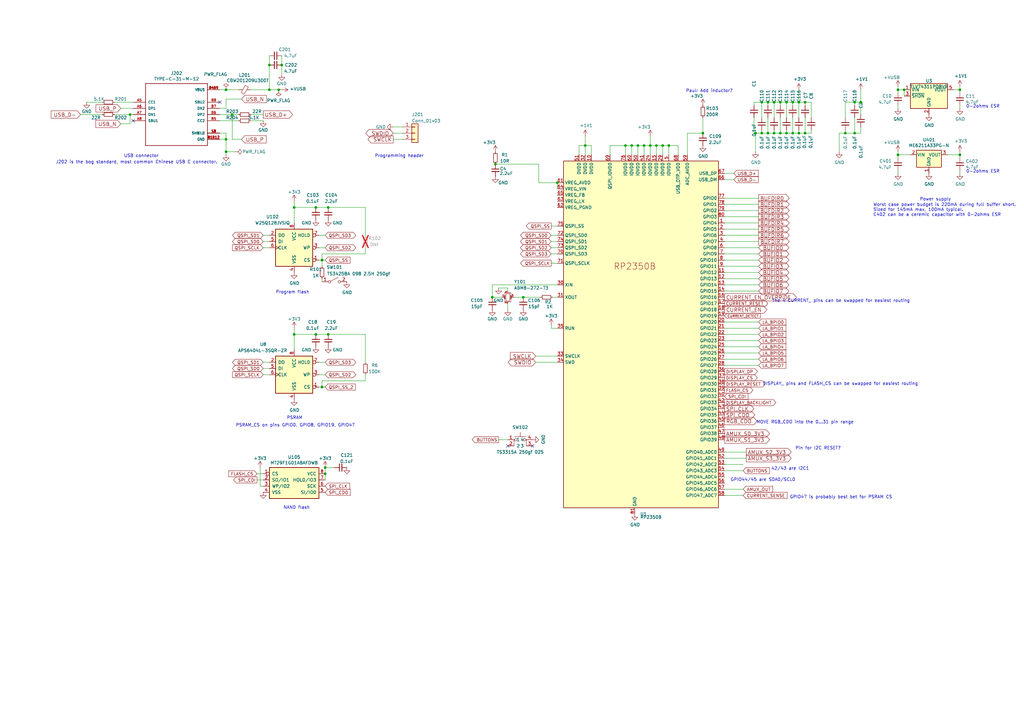
<source format=kicad_sch>
(kicad_sch (version 20231120) (generator "eeschema") (generator_version "8.0")
  (paper "A3")
  (lib_symbols
    (symbol "Connector_Generic:Conn_01x03" (pin_names (offset 1.016) hide)
      (property "Reference" "J" (at 0 5.08 0))
      (property "Value" "Conn_01x03" (at 0 -5.08 0))
      (symbol "Conn_01x03_1_1"
        (pin passive line (at -5.08 2.54 0) (length 3.81) (name "Pin_1") (number "1"))
        (pin passive line (at -5.08 0 0) (length 3.81) (name "Pin_2") (number "2"))
        (pin passive line (at -5.08 -2.54 0) (length 3.81) (name "Pin_3") (number "3"))
      )
    )
    (symbol "Device:C_Small" (pin_numbers hide) (pin_names (offset 0.254) hide)
      (property "Reference" "C" (at 0.254 1.778 0))
      (property "Value" "C_Small" (at 0.254 -2.032 0))
      (symbol "C_Small_1_1"
        (pin passive line (at 0 2.54 270) (length 2.032) (name "~") (number "1"))
        (pin passive line (at 0 -2.54 90) (length 2.032) (name "~") (number "2"))
      )
    )
    (symbol "Device:Crystal_GND24_Small" (pin_names (offset 1.016) hide)
      (property "Reference" "Y" (at 1.27 4.445 0))
      (property "Value" "Crystal_GND24_Small" (at 1.27 2.54 0))
      (symbol "Crystal_GND24_Small_1_1"
        (pin passive line (at -2.54 0 0) (length 1.27) (name "1") (number "1"))
        (pin passive line (at 0 -2.54 90) (length 0.635) (name "2") (number "2"))
        (pin passive line (at 2.54 0 180) (length 1.27) (name "3") (number "3"))
        (pin passive line (at 0 2.54 270) (length 0.635) (name "4") (number "4"))
      )
    )
    (symbol "Device:R_Small" (pin_numbers hide) (pin_names (offset 0.254) hide)
      (property "Reference" "R" (at 0.762 0.508 0))
      (property "Value" "R_Small" (at 0.762 -1.016 0))
      (symbol "R_Small_1_1"
        (pin passive line (at 0 2.54 270) (length 0.762) (name "~") (number "1"))
        (pin passive line (at 0 -2.54 90) (length 0.762) (name "~") (number "2"))
      )
    )
    (symbol "ESPx:ESP32x-80"
      (property "Reference" "U1" (at -1.6159 -71.12 0))
      (property "Value" "~" (at -1.6159 -72.39 0))
      (symbol "ESP32x-80_1_0"
        (text "RP2350B" (at -3.81 30.48 0) (effects (font (size 2.54 2.54))))
      )
      (symbol "ESP32x-80_1_1"
        (pin bidirectional line (at 33.02 48.26 180) (length 2.54) (name "GPIO4") (number "1"))
        (pin power_in line (at -21.59 76.2 270) (length 2.54) (name "DVDD") (number "10"))
        (pin bidirectional line (at 33.02 27.94 180) (length 2.54) (name "GPIO12") (number "11"))
        (pin bidirectional line (at 33.02 25.4 180) (length 2.54) (name "GPIO13") (number "12"))
        (pin bidirectional line (at 33.02 22.86 180) (length 2.54) (name "GPIO14") (number "13"))
        (pin bidirectional line (at 33.02 20.32 180) (length 2.54) (name "GPIO15") (number "14"))
        (pin power_in line (at 5.08 76.2 270) (length 2.54) (name "IOVDD") (number "15"))
        (pin bidirectional line (at 33.02 17.78 180) (length 2.54) (name "GPIO16") (number "16"))
        (pin bidirectional line (at 33.02 15.24 180) (length 2.54) (name "GPIO17") (number "17"))
        (pin bidirectional line (at 33.02 12.7 180) (length 2.54) (name "GPIO18") (number "18"))
        (pin bidirectional line (at 33.02 10.16 180) (length 2.54) (name "GPIO19") (number "19"))
        (pin bidirectional line (at 33.02 45.72 180) (length 2.54) (name "GPIO5") (number "2"))
        (pin bidirectional line (at 33.02 7.62 180) (length 2.54) (name "GPIO20") (number "20"))
        (pin bidirectional line (at 33.02 5.08 180) (length 2.54) (name "GPIO21") (number "21"))
        (pin bidirectional line (at 33.02 2.54 180) (length 2.54) (name "GPIO22") (number "22"))
        (pin bidirectional line (at 33.02 0 180) (length 2.54) (name "GPIO23") (number "23"))
        (pin power_in line (at 2.54 76.2 270) (length 2.54) (name "IOVDD") (number "24"))
        (pin bidirectional line (at 33.02 -2.54 180) (length 2.54) (name "GPIO24") (number "25"))
        (pin bidirectional line (at 33.02 -5.08 180) (length 2.54) (name "GPIO25") (number "26"))
        (pin bidirectional line (at 33.02 -7.62 180) (length 2.54) (name "GPIO26") (number "27"))
        (pin bidirectional line (at 33.02 -10.16 180) (length 2.54) (name "GPIO27") (number "28"))
        (pin power_in line (at 7.62 76.2 270) (length 2.54) (name "IOVDD") (number "29"))
        (pin bidirectional line (at 33.02 43.18 180) (length 2.54) (name "GPIO6") (number "3"))
        (pin input line (at -35.56 22.86 0) (length 2.54) (name "XIN") (number "30"))
        (pin passive line (at -35.56 17.78 0) (length 2.54) (name "XOUT") (number "31"))
        (pin power_in line (at -24.13 76.2 270) (length 2.54) (name "DVDD") (number "32"))
        (pin output line (at -35.56 -6.35 0) (length 2.54) (name "SWCLK") (number "33"))
        (pin bidirectional line (at -35.56 -8.89 0) (length 2.54) (name "SWD") (number "34"))
        (pin input line (at -35.56 5.08 0) (length 2.54) (name "RUN") (number "35"))
        (pin bidirectional line (at 33.02 -12.7 180) (length 2.54) (name "GPIO28") (number "36"))
        (pin bidirectional line (at 33.02 -15.24 180) (length 2.54) (name "GPIO29") (number "37"))
        (pin bidirectional line (at 33.02 -17.78 180) (length 2.54) (name "GPIO30") (number "38"))
        (pin bidirectional line (at 33.02 -20.32 180) (length 2.54) (name "GPIO31") (number "39"))
        (pin bidirectional line (at 33.02 40.64 180) (length 2.54) (name "GPIO7") (number "4"))
        (pin bidirectional line (at 33.02 -22.86 180) (length 2.54) (name "GPIO32") (number "40"))
        (pin power_in line (at 0 76.2 270) (length 2.54) (name "IOVDD") (number "41"))
        (pin bidirectional line (at 33.02 -25.4 180) (length 2.54) (name "GPIO33") (number "42"))
        (pin bidirectional line (at 33.02 -27.94 180) (length 2.54) (name "GPIO34") (number "43"))
        (pin bidirectional line (at 33.02 -30.48 180) (length 2.54) (name "GPIO35") (number "44"))
        (pin bidirectional line (at 33.02 -33.02 180) (length 2.54) (name "GPIO36") (number "45"))
        (pin bidirectional line (at 33.02 -35.56 180) (length 2.54) (name "GPIO37") (number "46"))
        (pin bidirectional line (at 33.02 -38.1 180) (length 2.54) (name "GPIO38") (number "47"))
        (pin bidirectional line (at 33.02 -40.64 180) (length 2.54) (name "GPIO39") (number "48"))
        (pin bidirectional line (at 33.02 -45.72 180) (length 2.54) (name "GPIO40_ADC0") (number "49"))
        (pin power_in line (at 10.16 76.2 270) (length 2.54) (name "IOVDD") (number "5"))
        (pin power_in line (at -2.54 76.2 270) (length 2.54) (name "IOVDD") (number "50"))
        (pin power_in line (at -26.67 76.2 270) (length 2.54) (name "DVDD") (number "51"))
        (pin bidirectional line (at 33.02 -48.26 180) (length 2.54) (name "GPIO41_ADC1") (number "52"))
        (pin bidirectional line (at 33.02 -50.8 180) (length 2.54) (name "GPIO42_ADC2") (number "53"))
        (pin bidirectional line (at 33.02 -53.34 180) (length 2.54) (name "GPIO43_ADC3") (number "54"))
        (pin bidirectional line (at 33.02 -55.88 180) (length 2.54) (name "GPIO44_ADC4") (number "55"))
        (pin bidirectional line (at 33.02 -58.42 180) (length 2.54) (name "GPIO45_ADC5") (number "56"))
        (pin bidirectional line (at 33.02 -60.96 180) (length 2.54) (name "GPIO46_ADC6") (number "57"))
        (pin bidirectional line (at 33.02 -63.5 180) (length 2.54) (name "GPIO47_ADC7") (number "58"))
        (pin power_in line (at 17.78 76.2 270) (length 2.54) (name "ADC_AVDD") (number "59"))
        (pin bidirectional line (at 33.02 38.1 180) (length 2.54) (name "GPIO8") (number "6"))
        (pin power_in line (at -5.08 76.2 270) (length 2.54) (name "IOVDD") (number "60"))
        (pin power_in line (at -35.56 64.77 0) (length 2.54) (name "VREG_AVDD") (number "61"))
        (pin power_in line (at -35.56 54.61 0) (length 2.54) (name "VREG_PGND") (number "62"))
        (pin power_out line (at -35.56 57.15 0) (length 2.54) (name "VREG_LX") (number "63"))
        (pin power_in line (at -35.56 62.23 0) (length 2.54) (name "VREG_VIN") (number "64"))
        (pin input line (at -35.56 59.69 0) (length 2.54) (name "VREG_FB") (number "65"))
        (pin bidirectional line (at 33.02 66.04 180) (length 2.54) (name "USB_DM") (number "66"))
        (pin bidirectional line (at 33.02 68.58 180) (length 2.54) (name "USB_DP") (number "67"))
        (pin power_in line (at 13.97 76.2 270) (length 2.54) (name "USB_OTP_VDD") (number "68"))
        (pin power_in line (at -13.97 76.2 270) (length 2.54) (name "QSPI_IOVDD") (number "69"))
        (pin bidirectional line (at 33.02 35.56 180) (length 2.54) (name "GPIO9") (number "7"))
        (pin bidirectional line (at -35.56 35.56 0) (length 2.54) (name "QSPI_SD3") (number "70"))
        (pin output line (at -35.56 31.75 0) (length 2.54) (name "QSPI_SCLK") (number "71"))
        (pin bidirectional line (at -35.56 43.18 0) (length 2.54) (name "QSPI_SD0") (number "72"))
        (pin bidirectional line (at -35.56 38.1 0) (length 2.54) (name "QSPI_SD2") (number "73"))
        (pin bidirectional line (at -35.56 40.64 0) (length 2.54) (name "QSPI_SD1") (number "74"))
        (pin bidirectional line (at -35.56 46.99 0) (length 2.54) (name "QSPI_SS") (number "75"))
        (pin power_in line (at -7.62 76.2 270) (length 2.54) (name "IOVDD") (number "76"))
        (pin bidirectional line (at 33.02 58.42 180) (length 2.54) (name "GPIO0") (number "77"))
        (pin bidirectional line (at 33.02 55.88 180) (length 2.54) (name "GPIO1") (number "78"))
        (pin bidirectional line (at 33.02 53.34 180) (length 2.54) (name "GPIO2") (number "79"))
        (pin bidirectional line (at 33.02 33.02 180) (length 2.54) (name "GPIO10") (number "8"))
        (pin bidirectional line (at 33.02 50.8 180) (length 2.54) (name "GPIO3") (number "80"))
        (pin power_in line (at -3.81 -71.12 90) (length 2.54) (name "GND") (number "81"))
        (pin bidirectional line (at 33.02 30.48 180) (length 2.54) (name "GPIO11") (number "9"))
      )
    )
    (symbol "Regulator_Linear:AP2204RA-3.3" (pin_names (offset 0.254))
      (property "Reference" "U" (at -5.08 3.175 0))
      (property "Value" "AP2204RA-3.3" (at 0 3.175 0))
      (symbol "AP2204RA-3.3_1_1"
        (pin power_in line (at 0 -7.62 90) (length 2.54) (name "GND") (number "1"))
        (pin power_in line (at -7.62 0 0) (length 2.54) (name "VIN") (number "2"))
        (pin power_out line (at 7.62 0 180) (length 2.54) (name "VOUT") (number "3"))
      )
    )
    (symbol "Regulator_Linear:MCP1802x-xx02xOT"
      (property "Reference" "U" (at -6.35 6.35 0))
      (property "Value" "MCP1802x-xx02xOT" (at 0 6.35 0))
      (symbol "MCP1802x-xx02xOT_1_1"
        (pin power_in line (at -10.16 2.54 0) (length 2.54) (name "VIN") (number "1"))
        (pin power_in line (at 0 -7.62 90) (length 2.54) (name "GND") (number "2"))
        (pin input line (at -10.16 0 0) (length 2.54) (name "~{SHDN}") (number "3"))
        (pin no_connect line (at 7.62 0 180) (length 2.54) hide (name "NC") (number "4"))
        (pin power_out line (at 10.16 2.54 180) (length 2.54) (name "VOUT") (number "5"))
      )
    )
    (symbol "Switch:SW_SPST" (pin_names (offset 0) hide)
      (property "Reference" "SW" (at 0 3.175 0))
      (property "Value" "SW_SPST" (at 0 -2.54 0))
      (symbol "SW_SPST_1_1"
        (pin passive line (at -5.08 0 0) (length 2.54) (name "A") (number "1"))
        (pin passive line (at 5.08 0 180) (length 2.54) (name "B") (number "2"))
      )
    )
    (symbol "TYPE-C-31-M-12_1" (pin_names (offset 1.016))
      (property "Reference" "J" (at -12.7 13.462 0))
      (property "Value" "TYPE-C-31-M-12" (at -12.7 -13.462 0))
      (symbol "TYPE-C-31-M-12_1_0_0"
        (pin power_in line (at 17.78 -10.16 180) (length 5.08) (name "GND") (number "A1B12"))
        (pin power_in line (at 17.78 10.16 180) (length 5.08) (name "VBUS") (number "A4B9"))
        (pin bidirectional line (at -17.78 5.08 0) (length 5.08) (name "CC1") (number "A5"))
        (pin bidirectional line (at -17.78 2.54 0) (length 5.08) (name "DP1") (number "A6"))
        (pin bidirectional line (at -17.78 0 0) (length 5.08) (name "DN1") (number "A7"))
        (pin bidirectional line (at -17.78 -2.54 0) (length 5.08) (name "SBU1") (number "A8"))
        (pin power_in line (at 17.78 -10.16 180) (length 5.08) (name "GND") (number "B1A12"))
        (pin power_in line (at 17.78 10.16 180) (length 5.08) (name "VBUS") (number "B4A9"))
        (pin bidirectional line (at 17.78 -2.54 180) (length 5.08) (name "CC2") (number "B5"))
        (pin bidirectional line (at 17.78 0 180) (length 5.08) (name "DP2") (number "B6"))
        (pin bidirectional line (at 17.78 2.54 180) (length 5.08) (name "DN2") (number "B7"))
        (pin bidirectional line (at 17.78 5.08 180) (length 5.08) (name "SBU2") (number "B8"))
        (pin passive line (at 17.78 -7.62 180) (length 5.08) (name "SHIELD") (number "S1"))
        (pin passive line (at 17.78 -7.62 180) (length 5.08) (name "SHIELD") (number "S2"))
        (pin passive line (at 17.78 -7.62 180) (length 5.08) (name "SHIELD") (number "S3"))
        (pin passive line (at 17.78 -7.62 180) (length 5.08) (name "SHIELD") (number "S4"))
      )
    )
    (symbol "TYPE-C-31-M-12_2" (pin_names (offset 1.016))
      (property "Reference" "J" (at -12.7 13.462 0))
      (property "Value" "TYPE-C-31-M-12" (at -12.7 -13.462 0))
      (symbol "TYPE-C-31-M-12_2_0_0"
        (pin power_in line (at 17.78 -10.16 180) (length 5.08) (name "GND") (number "A1B12"))
        (pin power_in line (at 17.78 10.16 180) (length 5.08) (name "VBUS") (number "A4B9"))
        (pin bidirectional line (at -17.78 5.08 0) (length 5.08) (name "CC1") (number "A5"))
        (pin bidirectional line (at -17.78 2.54 0) (length 5.08) (name "DP1") (number "A6"))
        (pin bidirectional line (at -17.78 0 0) (length 5.08) (name "DN1") (number "A7"))
        (pin bidirectional line (at -17.78 -2.54 0) (length 5.08) (name "SBU1") (number "A8"))
        (pin power_in line (at 17.78 -10.16 180) (length 5.08) (name "GND") (number "B1A12"))
        (pin power_in line (at 17.78 10.16 180) (length 5.08) (name "VBUS") (number "B4A9"))
        (pin bidirectional line (at 17.78 -2.54 180) (length 5.08) (name "CC2") (number "B5"))
        (pin bidirectional line (at 17.78 0 180) (length 5.08) (name "DP2") (number "B6"))
        (pin bidirectional line (at 17.78 2.54 180) (length 5.08) (name "DN2") (number "B7"))
        (pin bidirectional line (at 17.78 5.08 180) (length 5.08) (name "SBU2") (number "B8"))
        (pin passive line (at 17.78 -7.62 180) (length 5.08) (name "SHIELD") (number "S1"))
        (pin passive line (at 17.78 -7.62 180) (length 5.08) (name "SHIELD") (number "S2"))
        (pin passive line (at 17.78 -7.62 180) (length 5.08) (name "SHIELD") (number "S3"))
        (pin passive line (at 17.78 -7.62 180) (length 5.08) (name "SHIELD") (number "S4"))
      )
    )
    (symbol "dp-memory:MT29F1G01ABAFDWB" (pin_names (offset 1.016))
      (property "Reference" "U" (at 0 7.62 0))
      (property "Value" "MT29F1G01ABAFDWB" (at 0 -8.89 0))
      (symbol "MT29F1G01ABAFDWB_1_1"
        (pin input inverted (at -12.7 3.81 0) (length 2.54) (name "CS") (number "1"))
        (pin bidirectional line (at -12.7 1.27 0) (length 2.54) (name "SO/IO1") (number "2"))
        (pin bidirectional line (at -12.7 -1.27 0) (length 2.54) (name "WP/IO2") (number "3"))
        (pin power_in line (at -12.7 -3.81 0) (length 2.54) (name "VSS") (number "4"))
        (pin bidirectional line (at 12.7 -3.81 180) (length 2.54) (name "SI/IO0") (number "5"))
        (pin input line (at 12.7 -1.27 180) (length 2.54) (name "SCK") (number "6"))
        (pin bidirectional line (at 12.7 1.27 180) (length 2.54) (name "HOLD/IO3") (number "7"))
        (pin power_in line (at 12.7 3.81 180) (length 2.54) (name "VCC") (number "8"))
      )
    )
    (symbol "dp-memory:xm25qh128a" (pin_names (offset 1.016))
      (property "Reference" "U" (at 7.62 16.51 0))
      (property "Value" "xm25qh128a" (at 7.62 13.97 0))
      (symbol "xm25qh128a_1_1"
        (pin input inverted (at 10.16 0 180) (length 2.54) (name "CS") (number "1"))
        (pin output line (at -10.16 10.16 0) (length 2.54) (name "DO") (number "2"))
        (pin input inverted (at 10.16 5.08 180) (length 2.54) (name "WP") (number "3"))
        (pin power_in line (at 0 -5.08 90) (length 2.54) (name "VSS") (number "4"))
        (pin input line (at -10.16 7.62 0) (length 2.54) (name "DI") (number "5"))
        (pin input clock (at -10.16 5.08 0) (length 2.54) (name "CLK") (number "6"))
        (pin input inverted (at 10.16 10.16 180) (length 2.54) (name "HOLD") (number "7"))
        (pin power_in line (at 0 15.24 270) (length 2.54) (name "VCC") (number "8"))
      )
    )
    (symbol "dp-power:+VUSB" (power) (pin_names (offset 1.016))
      (property "Value" "+VUSB" (at 0 5.08 0))
      (symbol "+VUSB_1_1"
        (pin power_in line (at 0 0 90) (length 0) hide (name "+VUSB") (number "1"))
      )
    )
    (symbol "dp-switch:4P_button_sw" (pin_names (offset 1.016))
      (property "Reference" "SW" (at 0 6.35 0))
      (property "Value" "4P_button_sw" (at 0 -3.81 0))
      (symbol "4P_button_sw_1_1"
        (pin passive line (at -5.08 1.27 0) (length 2.54) (name "1") (number "1"))
        (pin passive line (at -5.08 -1.27 0) (length 2.54) (name "2") (number "2"))
        (pin passive line (at 5.08 -1.27 180) (length 2.54) (name "3") (number "3"))
        (pin passive line (at 5.08 1.27 180) (length 2.54) (name "4") (number "4"))
      )
    )
    (symbol "kicad5-device:Ferrite_Bead_Small" (pin_numbers hide) (pin_names (offset 0))
      (property "Reference" "FB" (at 1.905 1.27 0))
      (property "Value" "Ferrite_Bead_Small" (at 1.905 -1.27 0))
      (symbol "Ferrite_Bead_Small_1_1"
        (pin passive line (at 0 2.54 270) (length 1.27) (name "~") (number "1"))
        (pin passive line (at 0 -2.54 90) (length 1.27) (name "~") (number "2"))
      )
    )
    (symbol "power:+1V1" (power) (pin_names (offset 0))
      (property "Value" "+1V1" (at 0 3.556 0))
      (symbol "+1V1_1_1"
        (pin power_in line (at 0 0 90) (length 0) hide (name "+1V1") (number "1"))
      )
    )
    (symbol "power:+3V3" (power) (pin_names (offset 0))
      (property "Value" "+3V3" (at 0 3.556 0))
      (symbol "+3V3_1_1"
        (pin power_in line (at 0 0 90) (length 0) hide (name "+3V3") (number "1"))
      )
    )
    (symbol "power:GND" (power) (pin_names (offset 0))
      (property "Value" "GND" (at 0 -3.81 0))
      (symbol "GND_1_1"
        (pin power_in line (at 0 0 270) (length 0) hide (name "GND") (number "1"))
      )
    )
    (symbol "power:PWR_FLAG" (power) (pin_numbers hide) (pin_names (offset 0) hide)
      (property "Value" "PWR_FLAG" (at 0 3.81 0))
      (symbol "PWR_FLAG_0_0"
        (pin power_out line (at 0 0 90) (length 0) (name "pwr") (number "1"))
      )
    )
  )
  (junction (at 132.08 106.68))
  (junction (at 353.06 41.91))
  (junction (at 259.08 59.69))
  (junction (at 325.12 41.91))
  (junction (at 133.35 191.77))
  (junction (at 309.88 54.61))
  (junction (at 203.2 67.31))
  (junction (at 129.54 137.16))
  (junction (at 240.03 59.69))
  (junction (at 201.93 121.92))
  (junction (at 327.66 54.61))
  (junction (at 129.54 85.09))
  (junction (at 261.62 59.69))
  (junction (at 312.42 54.61))
  (junction (at 132.08 158.75))
  (junction (at 214.63 121.92))
  (junction (at 134.62 85.09))
  (junction (at 368.3 36.83))
  (junction (at 115.57 26.67))
  (junction (at 256.54 59.69))
  (junction (at 228.6 74.93))
  (junction (at 314.96 54.61))
  (junction (at 120.65 137.16))
  (junction (at 327.66 41.91))
  (junction (at 325.12 54.61))
  (junction (at 330.2 41.91))
  (junction (at 110.49 26.67))
  (junction (at 370.84 36.83))
  (junction (at 393.7 36.83))
  (junction (at 95.25 46.99))
  (junction (at 134.62 137.16))
  (junction (at 346.71 54.61))
  (junction (at 330.2 54.61))
  (junction (at 110.49 36.83))
  (junction (at 368.3 63.5))
  (junction (at 322.58 54.61))
  (junction (at 266.7 59.69))
  (junction (at 320.04 54.61))
  (junction (at 288.29 54.61))
  (junction (at 114.3 36.83))
  (junction (at 120.65 85.09))
  (junction (at 312.42 41.91))
  (junction (at 317.5 54.61))
  (junction (at 264.16 59.69))
  (junction (at 53.34 46.99))
  (junction (at 322.58 41.91))
  (junction (at 393.7 63.5))
  (junction (at 350.52 54.61))
  (junction (at 350.52 41.91))
  (junction (at 92.71 36.83))
  (junction (at 274.32 59.69))
  (junction (at 133.35 194.31))
  (junction (at 271.78 59.69))
  (junction (at 320.04 41.91))
  (junction (at 92.71 57.15))
  (junction (at 317.5 41.91))
  (junction (at 92.71 62.23))
  (junction (at 269.24 59.69))
  (junction (at 314.96 41.91))
  (no_connect (at 90.17 41.91))
  (no_connect (at 54.61 49.53))
  (no_connect (at 208.28 182.88))
  (no_connect (at 218.44 182.88))
  (wire (pts (xy 297.18 99.06) (xy 311.15 99.06)))
  (wire (pts (xy 271.78 59.69) (xy 274.32 59.69)))
  (wire (pts (xy 317.5 54.61) (xy 314.96 54.61)))
  (wire (pts (xy 228.6 99.06) (xy 226.06 99.06)))
  (wire (pts (xy 95.25 57.15) (xy 99.06 57.15)))
  (wire (pts (xy 332.74 41.91) (xy 330.2 41.91)))
  (wire (pts (xy 228.6 104.14) (xy 226.06 104.14)))
  (wire (pts (xy 281.94 54.61) (xy 281.94 63.5)))
  (wire (pts (xy 266.7 59.69) (xy 266.7 63.5)))
  (wire (pts (xy 219.71 148.59) (xy 228.6 148.59)))
  (wire (pts (xy 161.29 57.15) (xy 165.1 57.15)))
  (wire (pts (xy 317.5 48.26) (xy 317.5 41.91)))
  (wire (pts (xy 90.17 57.15) (xy 92.71 57.15)))
  (wire (pts (xy 149.86 85.09) (xy 134.62 85.09)))
  (wire (pts (xy 309.245 54.61) (xy 309.88 54.61)))
  (wire (pts (xy 393.7 36.83) (xy 393.7 38.1)))
  (wire (pts (xy 102.87 49.53) (xy 107.95 49.53)))
  (wire (pts (xy 312.42 54.61) (xy 309.88 54.61)))
  (wire (pts (xy 92.71 62.23) (xy 92.71 63.5)))
  (wire (pts (xy 115.57 26.67) (xy 115.57 30.48)))
  (wire (pts (xy 149.86 104.14) (xy 149.86 101.6)))
  (wire (pts (xy 228.6 146.05) (xy 219.71 146.05)))
  (wire (pts (xy 393.7 35.56) (xy 393.7 36.83)))
  (wire (pts (xy 54.61 41.91) (xy 46.99 41.91)))
  (wire (pts (xy 132.08 106.68) (xy 130.81 106.68)))
  (wire (pts (xy 370.84 36.83) (xy 370.84 39.37)))
  (wire (pts (xy 306.07 187.96) (xy 297.18 187.96)))
  (wire (pts (xy 297.18 119.38) (xy 311.15 119.38)))
  (wire (pts (xy 327.66 54.61) (xy 330.2 54.61)))
  (wire (pts (xy 120.65 85.09) (xy 120.65 82.55)))
  (wire (pts (xy 92.71 54.61) (xy 92.71 57.15)))
  (wire (pts (xy 110.49 151.13) (xy 107.95 151.13)))
  (wire (pts (xy 221.615 121.92) (xy 214.63 121.92)))
  (wire (pts (xy 120.65 143.51) (xy 120.65 137.16)))
  (wire (pts (xy 309.245 41.91) (xy 309.245 43.18)))
  (wire (pts (xy 54.61 44.45) (xy 49.53 44.45)))
  (wire (pts (xy 311.15 81.28) (xy 297.18 81.28)))
  (wire (pts (xy 368.3 43.18) (xy 368.3 44.45)))
  (wire (pts (xy 204.47 180.34) (xy 208.28 180.34)))
  (wire (pts (xy 269.24 59.69) (xy 271.78 59.69)))
  (wire (pts (xy 99.06 40.64) (xy 92.71 40.64)))
  (wire (pts (xy 393.7 63.5) (xy 393.7 64.77)))
  (wire (pts (xy 312.42 41.91) (xy 309.245 41.91)))
  (wire (pts (xy 133.35 106.68) (xy 132.08 106.68)))
  (wire (pts (xy 133.35 194.31) (xy 133.35 196.85)))
  (wire (pts (xy 320.04 48.26) (xy 320.04 54.61)))
  (wire (pts (xy 203.2 67.31) (xy 220.98 67.31)))
  (wire (pts (xy 240.03 55.88) (xy 240.03 59.69)))
  (wire (pts (xy 297.18 88.9) (xy 311.15 88.9)))
  (wire (pts (xy 330.2 48.26) (xy 330.2 54.61)))
  (wire (pts (xy 269.24 59.69) (xy 269.24 63.5)))
  (wire (pts (xy 133.35 148.59) (xy 130.81 148.59)))
  (wire (pts (xy 368.3 62.23) (xy 368.3 63.5)))
  (wire (pts (xy 311.15 147.32) (xy 297.18 147.32)))
  (wire (pts (xy 129.54 85.09) (xy 120.65 85.09)))
  (wire (pts (xy 325.12 43.18) (xy 325.12 41.91)))
  (wire (pts (xy 110.49 99.06) (xy 107.95 99.06)))
  (wire (pts (xy 96.52 62.23) (xy 92.71 62.23)))
  (wire (pts (xy 228.6 74.93) (xy 228.6 77.47)))
  (wire (pts (xy 41.91 41.91) (xy 35.56 41.91)))
  (wire (pts (xy 353.06 36.83) (xy 353.06 41.91)))
  (wire (pts (xy 110.49 153.67) (xy 107.95 153.67)))
  (wire (pts (xy 297.18 83.82) (xy 311.15 83.82)))
  (wire (pts (xy 205.74 121.92) (xy 201.93 121.92)))
  (wire (pts (xy 325.12 41.91) (xy 322.58 41.91)))
  (wire (pts (xy 288.29 48.26) (xy 288.29 54.61)))
  (wire (pts (xy 320.04 54.61) (xy 317.5 54.61)))
  (wire (pts (xy 311.15 144.78) (xy 297.18 144.78)))
  (wire (pts (xy 327.66 41.91) (xy 327.66 36.83)))
  (wire (pts (xy 228.6 101.6) (xy 226.06 101.6)))
  (wire (pts (xy 107.95 199.39) (xy 106.68 199.39)))
  (wire (pts (xy 393.7 62.23) (xy 393.7 63.5)))
  (wire (pts (xy 300.99 71.12) (xy 297.18 71.12)))
  (wire (pts (xy 330.2 43.18) (xy 330.2 41.91)))
  (wire (pts (xy 346.71 41.91) (xy 350.52 41.91)))
  (wire (pts (xy 278.13 59.69) (xy 278.13 63.5)))
  (wire (pts (xy 161.29 54.61) (xy 165.1 54.61)))
  (wire (pts (xy 92.71 44.45) (xy 90.17 44.45)))
  (wire (pts (xy 132.08 156.21) (xy 149.86 156.21)))
  (wire (pts (xy 297.18 116.84) (xy 311.15 116.84)))
  (wire (pts (xy 92.71 40.64) (xy 92.71 44.45)))
  (wire (pts (xy 311.15 142.24) (xy 297.18 142.24)))
  (wire (pts (xy 266.7 59.69) (xy 269.24 59.69)))
  (wire (pts (xy 312.42 53.34) (xy 312.42 54.61)))
  (wire (pts (xy 132.08 158.75) (xy 132.08 156.21)))
  (wire (pts (xy 92.71 36.83) (xy 97.79 36.83)))
  (wire (pts (xy 228.6 116.84) (xy 201.93 116.84)))
  (wire (pts (xy 133.35 191.77) (xy 133.35 194.31)))
  (wire (pts (xy 120.65 91.44) (xy 120.65 85.09)))
  (wire (pts (xy 115.57 22.86) (xy 115.57 26.67)))
  (wire (pts (xy 314.96 54.61) (xy 312.42 54.61)))
  (wire (pts (xy 300.99 73.66) (xy 297.18 73.66)))
  (wire (pts (xy 129.54 137.16) (xy 120.65 137.16)))
  (wire (pts (xy 132.08 106.68) (xy 132.08 104.14)))
  (wire (pts (xy 110.49 36.83) (xy 114.3 36.83)))
  (wire (pts (xy 311.15 149.86) (xy 297.18 149.86)))
  (wire (pts (xy 320.04 41.91) (xy 317.5 41.91)))
  (wire (pts (xy 90.17 54.61) (xy 92.71 54.61)))
  (wire (pts (xy 314.96 41.91) (xy 312.42 41.91)))
  (wire (pts (xy 110.49 26.67) (xy 110.49 36.83)))
  (wire (pts (xy 391.16 36.83) (xy 393.7 36.83)))
  (wire (pts (xy 149.86 96.52) (xy 149.86 85.09)))
  (wire (pts (xy 353.06 41.91) (xy 353.06 46.99)))
  (wire (pts (xy 332.74 48.26) (xy 332.74 41.91)))
  (wire (pts (xy 346.71 48.26) (xy 346.71 41.91)))
  (wire (pts (xy 311.15 96.52) (xy 297.18 96.52)))
  (wire (pts (xy 228.6 74.93) (xy 220.98 74.93)))
  (wire (pts (xy 149.86 137.16) (xy 134.62 137.16)))
  (wire (pts (xy 97.79 46.99) (xy 95.25 46.99)))
  (wire (pts (xy 133.35 153.67) (xy 130.81 153.67)))
  (wire (pts (xy 228.6 92.71) (xy 226.06 92.71)))
  (wire (pts (xy 110.49 22.86) (xy 110.49 26.67)))
  (wire (pts (xy 330.2 41.91) (xy 327.66 41.91)))
  (wire (pts (xy 297.18 114.3) (xy 311.15 114.3)))
  (wire (pts (xy 350.52 54.61) (xy 353.06 54.61)))
  (wire (pts (xy 228.6 134.62) (xy 226.06 134.62)))
  (wire (pts (xy 314.96 48.26) (xy 314.96 54.61)))
  (wire (pts (xy 312.42 48.26) (xy 312.42 41.91)))
  (wire (pts (xy 132.08 115.57) (xy 132.08 114.3)))
  (wire (pts (xy 322.58 53.34) (xy 322.58 54.61)))
  (wire (pts (xy 137.16 191.77) (xy 133.35 191.77)))
  (wire (pts (xy 368.3 38.1) (xy 368.3 36.83)))
  (wire (pts (xy 368.3 69.85) (xy 368.3 71.12)))
  (wire (pts (xy 161.29 52.07) (xy 165.1 52.07)))
  (wire (pts (xy 327.66 53.34) (xy 327.66 54.61)))
  (wire (pts (xy 297.18 111.76) (xy 311.15 111.76)))
  (wire (pts (xy 102.87 36.83) (xy 110.49 36.83)))
  (wire (pts (xy 311.15 132.08) (xy 297.18 132.08)))
  (wire (pts (xy 220.98 74.93) (xy 220.98 67.31)))
  (wire (pts (xy 317.5 41.91) (xy 314.96 41.91)))
  (wire (pts (xy 304.8 190.5) (xy 297.18 190.5)))
  (wire (pts (xy 250.19 59.69) (xy 256.54 59.69)))
  (wire (pts (xy 297.18 185.42) (xy 306.07 185.42)))
  (wire (pts (xy 54.61 46.99) (xy 53.34 46.99)))
  (wire (pts (xy 304.8 200.66) (xy 297.18 200.66)))
  (wire (pts (xy 250.19 63.5) (xy 250.19 59.69)))
  (wire (pts (xy 327.66 54.61) (xy 325.12 54.61)))
  (wire (pts (xy 266.7 55.88) (xy 266.7 59.69)))
  (wire (pts (xy 132.08 104.14) (xy 149.86 104.14)))
  (wire (pts (xy 311.15 134.62) (xy 297.18 134.62)))
  (wire (pts (xy 311.15 86.36) (xy 297.18 86.36)))
  (wire (pts (xy 110.49 96.52) (xy 107.95 96.52)))
  (wire (pts (xy 102.87 46.99) (xy 107.95 46.99)))
  (wire (pts (xy 314.96 43.18) (xy 314.96 41.91)))
  (wire (pts (xy 281.94 54.61) (xy 288.29 54.61)))
  (wire (pts (xy 311.15 137.16) (xy 297.18 137.16)))
  (wire (pts (xy 325.12 54.61) (xy 322.58 54.61)))
  (wire (pts (xy 264.16 59.69) (xy 264.16 63.5)))
  (wire (pts (xy 90.17 46.99) (xy 95.25 46.99)))
  (wire (pts (xy 297.18 104.14) (xy 311.15 104.14)))
  (wire (pts (xy 242.57 59.69) (xy 242.57 63.5)))
  (wire (pts (xy 370.84 36.83) (xy 368.3 36.83)))
  (wire (pts (xy 228.6 96.52) (xy 226.06 96.52)))
  (wire (pts (xy 350.52 48.26) (xy 350.52 54.61)))
  (wire (pts (xy 344.17 54.61) (xy 344.17 62.23)))
  (wire (pts (xy 134.62 85.09) (xy 129.54 85.09)))
  (wire (pts (xy 53.34 50.8) (xy 53.34 46.99)))
  (wire (pts (xy 53.34 46.99) (xy 46.99 46.99)))
  (wire (pts (xy 107.95 194.31) (xy 105.41 194.31)))
  (wire (pts (xy 240.03 59.69) (xy 242.57 59.69)))
  (wire (pts (xy 132.08 109.22) (xy 132.08 106.68)))
  (wire (pts (xy 110.49 148.59) (xy 107.95 148.59)))
  (wire (pts (xy 297.18 193.04) (xy 304.8 193.04)))
  (wire (pts (xy 311.15 139.7) (xy 297.18 139.7)))
  (wire (pts (xy 322.58 54.61) (xy 320.04 54.61)))
  (wire (pts (xy 325.12 48.26) (xy 325.12 54.61)))
  (wire (pts (xy 311.15 101.6) (xy 297.18 101.6)))
  (wire (pts (xy 228.6 107.95) (xy 226.06 107.95)))
  (wire (pts (xy 317.5 53.34) (xy 317.5 54.61)))
  (wire (pts (xy 327.66 48.26) (xy 327.66 41.91)))
  (wire (pts (xy 208.28 124.46) (xy 208.28 127)))
  (wire (pts (xy 350.52 41.91) (xy 350.52 43.18)))
  (wire (pts (xy 309.245 48.26) (xy 309.245 54.61)))
  (wire (pts (xy 41.91 46.99) (xy 33.02 46.99)))
  (wire (pts (xy 149.86 156.21) (xy 149.86 153.67)))
  (wire (pts (xy 149.86 148.59) (xy 149.86 137.16)))
  (wire (pts (xy 133.35 158.75) (xy 132.08 158.75)))
  (wire (pts (xy 261.62 59.69) (xy 264.16 59.69)))
  (wire (pts (xy 261.62 59.69) (xy 261.62 63.5)))
  (wire (pts (xy 368.3 64.77) (xy 368.3 63.5)))
  (wire (pts (xy 105.41 196.85) (xy 107.95 196.85)))
  (wire (pts (xy 346.71 53.34) (xy 346.71 54.61)))
  (wire (pts (xy 332.74 54.61) (xy 332.74 53.34)))
  (wire (pts (xy 322.58 41.91) (xy 320.04 41.91)))
  (wire (pts (xy 208.28 118.11) (xy 208.28 119.38)))
  (wire (pts (xy 95.25 46.99) (xy 95.25 57.15)))
  (wire (pts (xy 322.58 48.26) (xy 322.58 41.91)))
  (wire (pts (xy 90.17 36.83) (xy 92.71 36.83)))
  (wire (pts (xy 271.78 63.5) (xy 271.78 59.69)))
  (wire (pts (xy 256.54 59.69) (xy 256.54 63.5)))
  (wire (pts (xy 311.15 91.44) (xy 297.18 91.44)))
  (wire (pts (xy 259.08 59.69) (xy 261.62 59.69)))
  (wire (pts (xy 133.35 96.52) (xy 130.81 96.52)))
  (wire (pts (xy 90.17 49.53) (xy 97.79 49.53)))
  (wire (pts (xy 368.3 35.56) (xy 368.3 36.83)))
  (wire (pts (xy 297.18 93.98) (xy 311.15 93.98)))
  (wire (pts (xy 274.32 59.69) (xy 274.32 63.5)))
  (wire (pts (xy 325.12 41.91) (xy 327.66 41.91)))
  (wire (pts (xy 201.93 116.84) (xy 201.93 121.92)))
  (wire (pts (xy 240.03 59.69) (xy 237.49 59.69)))
  (wire (pts (xy 353.06 52.07) (xy 353.06 54.61)))
  (wire (pts (xy 259.08 59.69) (xy 259.08 63.5)))
  (wire (pts (xy 120.65 137.16) (xy 120.65 134.62)))
  (wire (pts (xy 274.32 59.69) (xy 278.13 59.69)))
  (wire (pts (xy 346.71 54.61) (xy 350.52 54.61)))
  (wire (pts (xy 330.2 54.61) (xy 332.74 54.61)))
  (wire (pts (xy 133.35 101.6) (xy 130.81 101.6)))
  (wire (pts (xy 228.6 121.92) (xy 226.695 121.92)))
  (wire (pts (xy 204.47 118.11) (xy 208.28 118.11)))
  (wire (pts (xy 344.17 54.61) (xy 346.71 54.61)))
  (wire (pts (xy 92.71 57.15) (xy 92.71 62.23)))
  (wire (pts (xy 320.04 43.18) (xy 320.04 41.91)))
  (wire (pts (xy 114.3 36.83) (xy 115.57 36.83)))
  (wire (pts (xy 237.49 59.69) (xy 237.49 63.5)))
  (wire (pts (xy 393.7 43.18) (xy 393.7 44.45)))
  (wire (pts (xy 264.16 59.69) (xy 266.7 59.69)))
  (wire (pts (xy 210.82 121.92) (xy 214.63 121.92)))
  (wire (pts (xy 256.54 59.69) (xy 259.08 59.69)))
  (wire (pts (xy 304.8 203.2) (xy 297.18 203.2)))
  (wire (pts (xy 110.49 101.6) (xy 107.95 101.6)))
  (wire (pts (xy 311.15 106.68) (xy 297.18 106.68)))
  (wire (pts (xy 353.06 41.91) (xy 350.52 41.91)))
  (wire (pts (xy 388.62 63.5) (xy 393.7 63.5)))
  (wire (pts (xy 132.08 158.75) (xy 130.81 158.75)))
  (wire (pts (xy 393.7 69.85) (xy 393.7 71.12)))
  (wire (pts (xy 49.53 50.8) (xy 53.34 50.8)))
  (wire (pts (xy 106.68 199.39) (xy 106.68 191.77)))
  (wire (pts (xy 373.38 63.5) (xy 368.3 63.5)))
  (wire (pts (xy 297.18 109.22) (xy 311.15 109.22)))
  (wire (pts (xy 240.03 59.69) (xy 240.03 63.5)))
  (wire (pts (xy 226.06 134.62) (xy 226.06 133.35)))
  (wire (pts (xy 134.62 137.16) (xy 129.54 137.16)))
  (wire (pts (xy 309.88 54.61) (xy 309.88 62.23)))
  (text "42/43 are I2C1" (at 324.104 192.278 0) (effects (font (size 1.27 1.27))))
  (text "The 4 CURRENT_ pins can be swapped for easiest routing" (at 344.932 123.444 0) (effects (font (size 1.27 1.27))))
  (text "PSRAM\n" (at 117.602 172.212 0) (effects (font (size 1.27 1.27)) (justify left bottom)))
  (text "GPIO47 is probably best bet for PSRAM CS\n" (at 344.932 203.962 0) (effects (font (size 1.27 1.27))))
  (text "USB connector" (at 50.8 64.77 0) (effects (font (size 1.27 1.27)) (justify left bottom)))
  (text "NAND flash\n" (at 121.666 208.28 0) (effects (font (size 1.27 1.27))))
  (text "DISPLAY_ pins and FLASH_CS can be swapped for easiest routing" (at 344.678 157.48 0) (effects (font (size 1.27 1.27))))
  (text "Pin for I2C RESET?" (at 335.534 183.896 0) (effects (font (size 1.27 1.27))))
  (text "GPIO44/45 are SDA0/SCL0" (at 312.928 196.85 0) (effects (font (size 1.27 1.27))))
  (text "Power supply" (at 377.19 82.55 0) (effects (font (size 1.27 1.27)) (justify left bottom)))
  (text "MOVE RGB_CDO into the 0...31 pin range\n" (at 330.2 173.228 0) (effects (font (size 1.27 1.27))))
  (text "J202 is the bog standard, most common Chinese USB C connector." (at 22.86 67.31 0) (effects (font (size 1.27 1.27)) (justify left bottom)))
  (text "Program flash" (at 113.03 120.65 0) (effects (font (size 1.27 1.27)) (justify left bottom)))
  (text "Worst case power budget is 220mA during full buffer short.\nSized for 145mA max, 100mA typical.\nC402 can be a ceremic capacitor with 0-2ohms ESR" (at 358.14 88.9 0) (effects (font (size 1.27 1.27)) (justify left bottom)))
  (text "Paul: Add inductor?" (at 281.305 38.1 0) (effects (font (size 1.27 1.27)) (justify left bottom)))
  (text "PSRAM_CS on pins GPIO0, GPIO8, GPIO19, GPIO47" (at 121.158 174.498 0) (effects (font (size 1.27 1.27))))
  (text "Programming header" (at 153.67 64.77 0) (effects (font (size 1.27 1.27)) (justify left bottom)))
  (text "0-2ohms ESR\n" (at 396.24 71.12 0) (effects (font (size 1.27 1.27)) (justify left bottom)))
  (text "0-2ohms ESR\n" (at 396.24 44.45 0) (effects (font (size 1.27 1.27)) (justify left bottom)))
  (global_label "BUFIO3" (shape bidirectional) (at 311.15 109.22 0) (effects (font (size 1.524 1.524))) (property "Intersheetrefs" "${INTERSHEET_REFS}" (effects (hide yes))))
  (global_label "BUFDIR3" (shape output) (at 311.15 88.9 0) (effects (font (size 1.524 1.524))) (property "Intersheetrefs" "${INTERSHEET_REFS}" (effects (hide yes))))
  (global_label "DISPLAY_RESET" (shape output) (at 297.18 157.48 0) (property "Intersheetrefs" "${INTERSHEET_REFS}" (effects (hide yes))))
  (global_label "BUFIO1" (shape bidirectional) (at 311.15 104.14 0) (effects (font (size 1.524 1.524))) (property "Intersheetrefs" "${INTERSHEET_REFS}" (effects (hide yes))))
  (global_label "LA_BPIO4" (shape input) (at 311.15 142.24 0) (property "Intersheetrefs" "${INTERSHEET_REFS}" (effects (hide yes))))
  (global_label "QSPI_SD3" (shape bidirectional) (at 226.06 104.14 180) (property "Intersheetrefs" "${INTERSHEET_REFS}" (effects (hide yes))))
  (global_label "SWDIO" (shape bidirectional) (at 219.71 148.59 180) (effects (font (size 1.524 1.524))) (property "Intersheetrefs" "${INTERSHEET_REFS}" (effects (hide yes))))
  (global_label "QSPI_SCLK" (shape input) (at 107.95 101.6 180) (property "Intersheetrefs" "${INTERSHEET_REFS}" (effects (hide yes))))
  (global_label "SPI_CDO" (shape input) (at 133.35 201.93 0) (property "Intersheetrefs" "${INTERSHEET_REFS}" (effects (hide yes))))
  (global_label "QSPI_SS" (shape input) (at 133.35 106.68 0) (property "Intersheetrefs" "${INTERSHEET_REFS}" (effects (hide yes))))
  (global_label "AMUX_S1_3V3" (shape output) (at 297.18 180.34 0) (effects (font (size 1.524 1.524))) (property "Intersheetrefs" "${INTERSHEET_REFS}" (effects (hide yes))))
  (global_label "SPI_CDI" (shape output) (at 105.41 196.85 180) (property "Intersheetrefs" "${INTERSHEET_REFS}" (effects (hide yes))))
  (global_label "FLASH_CS" (shape input) (at 105.41 194.31 180) (property "Intersheetrefs" "${INTERSHEET_REFS}" (effects (hide yes))))
  (global_label "RGB_CDO" (shape output) (at 297.18 172.72 0) (effects (font (size 1.524 1.524))) (property "Intersheetrefs" "${INTERSHEET_REFS}" (effects (hide yes))))
  (global_label "AMUX_S0_3V3" (shape output) (at 297.18 177.8 0) (effects (font (size 1.524 1.524))) (property "Intersheetrefs" "${INTERSHEET_REFS}" (effects (hide yes))))
  (global_label "USB_N" (shape input) (at 49.53 50.8 180) (effects (font (size 1.524 1.524))) (property "Intersheetrefs" "${INTERSHEET_REFS}" (effects (hide yes))))
  (global_label "USB_P" (shape input) (at 49.53 44.45 180) (effects (font (size 1.524 1.524))) (property "Intersheetrefs" "${INTERSHEET_REFS}" (effects (hide yes))))
  (global_label "LA_BPIO6" (shape input) (at 311.15 147.32 0) (property "Intersheetrefs" "${INTERSHEET_REFS}" (effects (hide yes))))
  (global_label "SWCLK" (shape output) (at 161.29 57.15 180) (effects (font (size 1.524 1.524))) (property "Intersheetrefs" "${INTERSHEET_REFS}" (effects (hide yes))))
  (global_label "CURRENT_DETECT" (shape input) (at 297.18 129.54 0) (effects (font (size 0.9906 0.9906))) (property "Intersheetrefs" "${INTERSHEET_REFS}" (effects (hide yes))))
  (global_label "QSPI_SD1" (shape bidirectional) (at 107.95 148.59 180) (property "Intersheetrefs" "${INTERSHEET_REFS}" (effects (hide yes))))
  (global_label "CURRENT_EN" (shape output) (at 297.18 127 0) (effects (font (size 1.524 1.524))) (property "Intersheetrefs" "${INTERSHEET_REFS}" (effects (hide yes))))
  (global_label "CURRENT_SENSE" (shape input) (at 304.8 203.2 0) (property "Intersheetrefs" "${INTERSHEET_REFS}" (effects (hide yes))))
  (global_label "QSPI_SS_2" (shape input) (at 133.35 158.75 0) (property "Intersheetrefs" "${INTERSHEET_REFS}" (effects (hide yes))))
  (global_label "QSPI_SCLK" (shape output) (at 226.06 107.95 180) (property "Intersheetrefs" "${INTERSHEET_REFS}" (effects (hide yes))))
  (global_label "DISPLAY_BACKLIGHT" (shape output) (at 297.18 165.1 0) (property "Intersheetrefs" "${INTERSHEET_REFS}" (effects (hide yes))))
  (global_label "BUTTONS" (shape input) (at 304.8 193.04 0) (property "Intersheetrefs" "${INTERSHEET_REFS}" (effects (hide yes))))
  (global_label "CURRENT_EN_OVERRIDE" (shape output) (at 297.18 121.92 0) (effects (font (size 1.524 1.524))) (property "Intersheetrefs" "${INTERSHEET_REFS}" (effects (hide yes))))
  (global_label "BUFDIR1" (shape output) (at 311.15 83.82 0) (effects (font (size 1.524 1.524))) (property "Intersheetrefs" "${INTERSHEET_REFS}" (effects (hide yes))))
  (global_label "BUFIO7" (shape bidirectional) (at 311.15 119.38 0) (effects (font (size 1.524 1.524))) (property "Intersheetrefs" "${INTERSHEET_REFS}" (effects (hide yes))))
  (global_label "LA_BPIO3" (shape input) (at 311.15 139.7 0) (property "Intersheetrefs" "${INTERSHEET_REFS}" (effects (hide yes))))
  (global_label "LA_BPIO2" (shape input) (at 311.15 137.16 0) (property "Intersheetrefs" "${INTERSHEET_REFS}" (effects (hide yes))))
  (global_label "QSPI_SD2" (shape bidirectional) (at 133.35 153.67 0) (property "Intersheetrefs" "${INTERSHEET_REFS}" (effects (hide yes))))
  (global_label "CURRENT_RESET" (shape output) (at 297.18 124.46 0) (property "Intersheetrefs" "${INTERSHEET_REFS}" (effects (hide yes))))
  (global_label "QSPI_SD3" (shape bidirectional) (at 133.35 148.59 0) (property "Intersheetrefs" "${INTERSHEET_REFS}" (effects (hide yes))))
  (global_label "AMUX_OUT" (shape input) (at 304.8 200.66 0) (property "Intersheetrefs" "${INTERSHEET_REFS}" (effects (hide yes))))
  (global_label "QSPI_SD2" (shape bidirectional) (at 133.35 101.6 0) (property "Intersheetrefs" "${INTERSHEET_REFS}" (effects (hide yes))))
  (global_label "BUFDIR0" (shape output) (at 311.15 81.28 0) (effects (font (size 1.524 1.524))) (property "Intersheetrefs" "${INTERSHEET_REFS}" (effects (hide yes))))
  (global_label "SPI_CLK" (shape output) (at 297.18 167.64 0) (effects (font (size 1.524 1.524))) (property "Intersheetrefs" "${INTERSHEET_REFS}" (effects (hide yes))))
  (global_label "BUFIO6" (shape bidirectional) (at 311.15 116.84 0) (effects (font (size 1.524 1.524))) (property "Intersheetrefs" "${INTERSHEET_REFS}" (effects (hide yes))))
  (global_label "BUTTONS" (shape output) (at 204.47 180.34 180) (property "Intersheetrefs" "${INTERSHEET_REFS}" (effects (hide yes))))
  (global_label "QSPI_SS" (shape output) (at 226.06 92.71 180) (property "Intersheetrefs" "${INTERSHEET_REFS}" (effects (hide yes))))
  (global_label "SPI_CDI" (shape input) (at 297.18 162.56 0) (property "Intersheetrefs" "${INTERSHEET_REFS}" (effects (hide yes))))
  (global_label "SWCLK" (shape input) (at 219.71 146.05 180) (effects (font (size 1.524 1.524))) (property "Intersheetrefs" "${INTERSHEET_REFS}" (effects (hide yes))))
  (global_label "QSPI_SD1" (shape bidirectional) (at 107.95 96.52 180) (property "Intersheetrefs" "${INTERSHEET_REFS}" (effects (hide yes))))
  (global_label "LA_BPIO1" (shape input) (at 311.15 134.62 0) (property "Intersheetrefs" "${INTERSHEET_REFS}" (effects (hide yes))))
  (global_label "QSPI_SD0" (shape bidirectional) (at 107.95 151.13 180) (property "Intersheetrefs" "${INTERSHEET_REFS}" (effects (hide yes))))
  (global_label "DISPLAY_CS" (shape output) (at 297.18 154.94 0) (property "Intersheetrefs" "${INTERSHEET_REFS}" (effects (hide yes))))
  (global_label "USB_D-" (shape input) (at 33.02 46.99 180) (effects (font (size 1.524 1.524))) (property "Intersheetrefs" "${INTERSHEET_REFS}" (effects (hide yes))))
  (global_label "QSPI_SD2" (shape bidirectional) (at 226.06 101.6 180) (property "Intersheetrefs" "${INTERSHEET_REFS}" (effects (hide yes))))
  (global_label "LA_BPIO0" (shape input) (at 311.15 132.08 0) (property "Intersheetrefs" "${INTERSHEET_REFS}" (effects (hide yes))))
  (global_label "USB_D+" (shape input) (at 300.99 71.12 0) (property "Intersheetrefs" "${INTERSHEET_REFS}" (effects (hide yes))))
  (global_label "BUFDIR2" (shape output) (at 311.15 86.36 0) (effects (font (size 1.524 1.524))) (property "Intersheetrefs" "${INTERSHEET_REFS}" (effects (hide yes))))
  (global_label "SPI_CLK" (shape input) (at 133.35 199.39 0) (property "Intersheetrefs" "${INTERSHEET_REFS}" (effects (hide yes))))
  (global_label "DISPLAY_DP" (shape output) (at 297.18 152.4 0) (property "Intersheetrefs" "${INTERSHEET_REFS}" (effects (hide yes))))
  (global_label "QSPI_SD1" (shape bidirectional) (at 226.06 99.06 180) (property "Intersheetrefs" "${INTERSHEET_REFS}" (effects (hide yes))))
  (global_label "LA_BPIO7" (shape input) (at 311.15 149.86 0) (property "Intersheetrefs" "${INTERSHEET_REFS}" (effects (hide yes))))
  (global_label "BUFDIR6" (shape output) (at 311.15 96.52 0) (effects (font (size 1.524 1.524))) (property "Intersheetrefs" "${INTERSHEET_REFS}" (effects (hide yes))))
  (global_label "QSPI_SD0" (shape bidirectional) (at 226.06 96.52 180) (property "Intersheetrefs" "${INTERSHEET_REFS}" (effects (hide yes))))
  (global_label "USB_P" (shape input) (at 99.06 57.15 0) (effects (font (size 1.524 1.524))) (property "Intersheetrefs" "${INTERSHEET_REFS}" (effects (hide yes))))
  (global_label "USB_N" (shape input) (at 99.06 40.64 0) (effects (font (size 1.524 1.524))) (property "Intersheetrefs" "${INTERSHEET_REFS}" (effects (hide yes))))
  (global_label "QSPI_SCLK" (shape input) (at 107.95 153.67 180) (property "Intersheetrefs" "${INTERSHEET_REFS}" (effects (hide yes))))
  (global_label "BUFIO4" (shape bidirectional) (at 311.15 111.76 0) (effects (font (size 1.524 1.524))) (property "Intersheetrefs" "${INTERSHEET_REFS}" (effects (hide yes))))
  (global_label "QSPI_SD3" (shape bidirectional) (at 133.35 96.52 0) (property "Intersheetrefs" "${INTERSHEET_REFS}" (effects (hide yes))))
  (global_label "LA_BPIO5" (shape input) (at 311.15 144.78 0) (property "Intersheetrefs" "${INTERSHEET_REFS}" (effects (hide yes))))
  (global_label "BUFIO0" (shape bidirectional) (at 311.15 101.6 0) (effects (font (size 1.524 1.524))) (property "Intersheetrefs" "${INTERSHEET_REFS}" (effects (hide yes))))
  (global_label "SWDIO" (shape bidirectional) (at 161.29 54.61 180) (effects (font (size 1.524 1.524))) (property "Intersheetrefs" "${INTERSHEET_REFS}" (effects (hide yes))))
  (global_label "BUFDIR4" (shape output) (at 311.15 91.44 0) (effects (font (size 1.524 1.524))) (property "Intersheetrefs" "${INTERSHEET_REFS}" (effects (hide yes))))
  (global_label "BUFDIR5" (shape output) (at 311.15 93.98 0) (effects (font (size 1.524 1.524))) (property "Intersheetrefs" "${INTERSHEET_REFS}" (effects (hide yes))))
  (global_label "BUFDIR7" (shape output) (at 311.15 99.06 0) (effects (font (size 1.524 1.524))) (property "Intersheetrefs" "${INTERSHEET_REFS}" (effects (hide yes))))
  (global_label "USB_D+" (shape output) (at 107.95 46.99 0) (effects (font (size 1.524 1.524))) (property "Intersheetrefs" "${INTERSHEET_REFS}" (effects (hide yes))))
  (global_label "BUFIO5" (shape bidirectional) (at 311.15 114.3 0) (effects (font (size 1.524 1.524))) (property "Intersheetrefs" "${INTERSHEET_REFS}" (effects (hide yes))))
  (global_label "BUFIO2" (shape bidirectional) (at 311.15 106.68 0) (effects (font (size 1.524 1.524))) (property "Intersheetrefs" "${INTERSHEET_REFS}" (effects (hide yes))))
  (global_label "QSPI_SD0" (shape bidirectional) (at 107.95 99.06 180) (property "Intersheetrefs" "${INTERSHEET_REFS}" (effects (hide yes))))
  (global_label "SPI_CDO" (shape output) (at 297.18 170.18 0) (effects (font (size 1.524 1.524))) (property "Intersheetrefs" "${INTERSHEET_REFS}" (effects (hide yes))))
  (global_label "USB_D-" (shape input) (at 300.99 73.66 0) (property "Intersheetrefs" "${INTERSHEET_REFS}" (effects (hide yes))))
  (global_label "FLASH_CS" (shape output) (at 297.18 160.02 0) (property "Intersheetrefs" "${INTERSHEET_REFS}" (effects (hide yes))))
  (global_label "AMUX_S3_3V3" (shape output) (at 306.07 187.96 0) (effects (font (size 1.524 1.524))) (property "Intersheetrefs" "${INTERSHEET_REFS}" (effects (hide yes))))
  (global_label "AMUX_S2_3V3" (shape output) (at 306.07 185.42 0) (effects (font (size 1.524 1.524))) (property "Intersheetrefs" "${INTERSHEET_REFS}" (effects (hide yes))))
  (symbol (lib_id "Device:C_Small") (at 368.3 67.31 0) (unit 1)
    (property "Reference" "C401" (at 365.76 66.04 0) (effects (justify right)))
    (property "Value" "4.7uF" (at 365.76 68.58 0) (effects (justify right)))
    (property "Footprint" "Capacitor_SMD:C_0402_1005Metric" (effects (hide yes)))
    (property "RMB" "0.037726" (effects (hide yes)))
    (property "Supplier" "https://item.szlcsc.com/1877.html" (effects (hide yes)))
  )
  (symbol (lib_id "Device:C_Small") (at 393.7 67.31 0) (unit 1)
    (property "Reference" "C402" (at 396.0368 66.1416 0) (effects (justify left)))
    (property "Value" "4.7uF" (at 396.0368 68.453 0) (effects (justify left)))
    (property "Footprint" "Capacitor_SMD:C_0402_1005Metric" (effects (hide yes)))
    (property "RMB" "0.043101" (effects (hide yes)))
    (property "Supplier" "https://item.szlcsc.com/108589.html" (effects (hide yes)))
  )
  (symbol (lib_id "power:GND") (at 381 71.12 0) (unit 1)
    (property "Reference" "#PWR0403" (effects (hide yes)))
    (property "Value" "GND" (at 381.127 75.5142 0))
  )
  (symbol (lib_id "power:GND") (at 368.3 71.12 0) (unit 1)
    (property "Reference" "#PWR0402" (effects (hide yes)))
    (property "Value" "GND" (at 368.427 75.5142 0))
  )
  (symbol (lib_id "power:GND") (at 393.7 71.12 0) (unit 1)
    (property "Reference" "#PWR0405" (effects (hide yes)))
    (property "Value" "GND" (at 393.827 75.5142 0))
  )
  (symbol (lib_id "power:+3V3") (at 393.7 62.23 0) (unit 1)
    (property "Reference" "#PWR0404" (effects (hide yes)))
    (property "Value" "+3V3" (at 394.081 57.8358 0))
  )
  (symbol (lib_id "kicad5-device:Ferrite_Bead_Small") (at 100.33 36.83 270) (unit 1)
    (property "Reference" "L201" (at 100.33 30.8102 90))
    (property "Value" "CBW201209U300T" (at 101.6 33.02 90))
    (property "Footprint" "Inductor_SMD:L_0805_2012Metric" (effects (hide yes)))
    (property "RMB" "0.175802	0.175802" (effects (hide yes)))
    (property "Supplier" "https://item.szlcsc.com/263551.html" (effects (hide yes)))
  )
  (symbol (lib_id "power:GND") (at 115.57 30.48 0) (unit 1)
    (property "Reference" "#PWR0205" (effects (hide yes)))
    (property "Value" "GND" (at 115.57 34.29 0))
  )
  (symbol (lib_id "Device:R_Small") (at 44.45 41.91 90) (mirror x) (unit 1)
    (property "Reference" "R201" (at 49.53 40.64 90))
    (property "Value" "5.1K" (at 40.64 40.64 90))
    (property "Footprint" "Resistor_SMD:R_0402_1005Metric" (effects (hide yes)))
    (property "RMB" "0.0065" (effects (hide yes)))
    (property "Supplier" "https://item.szlcsc.com/107087.html" (effects (hide yes)))
  )
  (symbol (lib_id "Device:R_Small") (at 100.33 49.53 270) (unit 1)
    (property "Reference" "R204" (at 95.25 48.26 90))
    (property "Value" "5.1K" (at 104.14 48.26 90))
    (property "Footprint" "Resistor_SMD:R_0402_1005Metric" (effects (hide yes)))
    (property "RMB" "0.0065" (effects (hide yes)))
    (property "Supplier" "https://item.szlcsc.com/107087.html" (effects (hide yes)))
  )
  (symbol (lib_id "power:GND") (at 107.95 49.53 0) (unit 1)
    (property "Reference" "#PWR0204" (effects (hide yes)))
    (property "Value" "GND" (at 107.95 53.34 0))
  )
  (symbol (lib_id "Device:R_Small") (at 44.45 46.99 90) (mirror x) (unit 1)
    (property "Reference" "R202" (at 49.53 48.26 90))
    (property "Value" "22R" (at 39.37 48.26 90))
    (property "Footprint" "Resistor_SMD:R_0402_1005Metric" (effects (hide yes)))
    (property "RMB" "0.006505" (effects (hide yes)))
    (property "Supplier" "https://item.szlcsc.com/116009.html" (effects (hide yes)))
  )
  (symbol (lib_id "power:GND") (at 92.71 63.5 0) (unit 1)
    (property "Reference" "#PWR0203" (effects (hide yes)))
    (property "Value" "GND" (at 92.71 67.31 0))
  )
  (symbol (lib_id "power:GND") (at 161.29 52.07 270) (unit 1)
    (property "Reference" "#PWR0202" (effects (hide yes)))
    (property "Value" "GND" (at 156.21 52.07 90))
  )
  (symbol (lib_id "dp-power:+VUSB") (at 368.3 62.23 0) (unit 1)
    (property "Reference" "#PWR0401" (effects (hide yes)))
    (property "Value" "+VUSB" (at 365.76 58.42 0))
  )
  (symbol (lib_id "dp-power:+VUSB") (at 115.57 36.83 270) (unit 1)
    (property "Reference" "#PWR0206" (effects (hide yes)))
    (property "Value" "+VUSB" (at 118.8212 36.449 90) (effects (justify left)))
  )
  (symbol (lib_id "power:PWR_FLAG") (at 92.71 36.83 0) (unit 1)
    (property "Reference" "#FLG0201" (effects (hide yes)))
    (property "Value" "PWR_FLAG" (at 88.392 30.48 0))
  )
  (symbol (lib_id "power:GND") (at 35.56 41.91 0) (unit 1)
    (property "Reference" "#PWR0201" (effects (hide yes)))
    (property "Value" "GND" (at 35.56 45.72 0))
  )
  (symbol (lib_id "power:PWR_FLAG") (at 114.3 36.83 180) (unit 1)
    (property "Reference" "#FLG0203" (effects (hide yes)))
    (property "Value" "PWR_FLAG" (at 114.3 41.2242 0))
  )
  (symbol (lib_id "power:PWR_FLAG") (at 96.52 62.23 270) (unit 1)
    (property "Reference" "#FLG0202" (effects (hide yes)))
    (property "Value" "PWR_FLAG" (at 104.14 62.23 90))
  )
  (symbol (lib_id "Device:C_Small") (at 129.54 87.63 0) (unit 1)
    (property "Reference" "C103" (at 128.27 80.01 0))
    (property "Value" "0.1uF" (at 128.27 82.55 0))
    (property "Footprint" "Capacitor_SMD:C_0402_1005Metric" (effects (hide yes)))
    (property "RMB" "0.00628" (effects (hide yes)))
    (property "Supplier" "https://item.szlcsc.com/1877.html" (effects (hide yes)))
  )
  (symbol (lib_id "power:GND") (at 129.54 90.17 0) (unit 1)
    (property "Reference" "#PWR0107" (effects (hide yes)))
    (property "Value" "GND" (at 125.73 91.44 0))
  )
  (symbol (lib_id "power:GND") (at 120.65 111.76 0) (unit 1)
    (property "Reference" "#PWR0105" (effects (hide yes)))
    (property "Value" "GND" (at 120.777 116.1542 0))
  )
  (symbol (lib_id "power:+3V3") (at 120.65 82.55 0) (unit 1)
    (property "Reference" "#PWR0104" (effects (hide yes)))
    (property "Value" "+3V3" (at 120.65 78.74 0))
  )
  (symbol (lib_id "power:GND") (at 214.63 127 0) (unit 1)
    (property "Reference" "#PWR0114" (effects (hide yes)))
    (property "Value" "GND" (at 214.63 130.81 0))
  )
  (symbol (lib_id "Device:C_Small") (at 214.63 124.46 0) (unit 1)
    (property "Reference" "C106" (at 219.075 123.19 0))
    (property "Value" "15pF" (at 219.075 125.73 0))
    (property "Footprint" "Capacitor_SMD:C_0402_1005Metric" (effects (hide yes)))
    (property "RMB" "0.022142" (effects (hide yes)))
    (property "Supplier" "https://item.szlcsc.com/306263.html" (effects (hide yes)))
  )
  (symbol (lib_id "power:GND") (at 201.93 127 0) (unit 1)
    (property "Reference" "#PWR0111" (effects (hide yes)))
    (property "Value" "GND" (at 201.93 130.81 0))
  )
  (symbol (lib_id "Device:C_Small") (at 201.93 124.46 0) (unit 1)
    (property "Reference" "C105" (at 195.58 123.19 0))
    (property "Value" "15pF" (at 195.58 125.73 0))
    (property "Footprint" "Capacitor_SMD:C_0402_1005Metric" (effects (hide yes)))
    (property "RMB" "0.022142" (effects (hide yes)))
    (property "Supplier" "https://item.szlcsc.com/306263.html" (effects (hide yes)))
  )
  (symbol (lib_id "Device:R_Small") (at 100.33 46.99 270) (mirror x) (unit 1)
    (property "Reference" "R203" (at 95.25 45.72 90))
    (property "Value" "22R" (at 105.41 45.72 90))
    (property "Footprint" "Resistor_SMD:R_0402_1005Metric" (effects (hide yes)))
    (property "RMB" "0.006505" (effects (hide yes)))
    (property "Supplier" "https://item.szlcsc.com/116009.html" (effects (hide yes)))
  )
  (symbol (lib_id "Device:C_Small") (at 312.42 50.8 0) (unit 1)
    (property "Reference" "C110" (at 312.42 39.37 90))
    (property "Value" "0.1uF" (at 312.42 58.42 90))
    (property "Footprint" "Capacitor_SMD:C_0402_1005Metric" (effects (hide yes)))
    (property "RMB" "0.00628" (effects (hide yes)))
    (property "Supplier" "https://item.szlcsc.com/1877.html" (effects (hide yes)))
  )
  (symbol (lib_id "Device:C_Small") (at 314.96 45.72 0) (unit 1)
    (property "Reference" "C111" (at 314.96 39.37 90))
    (property "Value" "0.1uF" (at 314.96 58.42 90))
    (property "Footprint" "Capacitor_SMD:C_0402_1005Metric" (effects (hide yes)))
    (property "RMB" "0.00628" (effects (hide yes)))
    (property "Supplier" "https://item.szlcsc.com/1877.html" (effects (hide yes)))
  )
  (symbol (lib_id "power:+3V3") (at 327.66 36.83 0) (unit 1)
    (property "Reference" "#PWR0125" (effects (hide yes)))
    (property "Value" "+3V3" (at 328.041 32.4358 0))
  )
  (symbol (lib_id "power:GND") (at 309.88 62.23 0) (unit 1)
    (property "Reference" "#PWR0124" (effects (hide yes)))
    (property "Value" "GND" (at 310.007 66.6242 0))
  )
  (symbol (lib_id "Device:C_Small") (at 317.5 50.8 0) (unit 1)
    (property "Reference" "C112" (at 317.5 39.37 90))
    (property "Value" "0.1uF" (at 317.5 58.42 90))
    (property "Footprint" "Capacitor_SMD:C_0402_1005Metric" (effects (hide yes)))
    (property "RMB" "0.00628" (effects (hide yes)))
    (property "Supplier" "https://item.szlcsc.com/1877.html" (effects (hide yes)))
  )
  (symbol (lib_id "Device:C_Small") (at 320.04 45.72 0) (unit 1)
    (property "Reference" "C113" (at 320.04 39.37 90))
    (property "Value" "0.1uF" (at 320.04 58.42 90))
    (property "Footprint" "Capacitor_SMD:C_0402_1005Metric" (effects (hide yes)))
    (property "RMB" "0.00628" (effects (hide yes)))
    (property "Supplier" "https://item.szlcsc.com/1877.html" (effects (hide yes)))
  )
  (symbol (lib_id "Device:C_Small") (at 322.58 50.8 0) (unit 1)
    (property "Reference" "C114" (at 322.58 39.37 90))
    (property "Value" "0.1uF" (at 322.58 58.42 90))
    (property "Footprint" "Capacitor_SMD:C_0402_1005Metric" (effects (hide yes)))
    (property "RMB" "0.00628" (effects (hide yes)))
    (property "Supplier" "https://item.szlcsc.com/1877.html" (effects (hide yes)))
  )
  (symbol (lib_id "Device:C_Small") (at 325.12 45.72 0) (unit 1)
    (property "Reference" "C115" (at 325.12 39.37 90))
    (property "Value" "0.1uF" (at 325.12 58.42 90))
    (property "Footprint" "Capacitor_SMD:C_0402_1005Metric" (effects (hide yes)))
    (property "RMB" "0.00628" (effects (hide yes)))
    (property "Supplier" "https://item.szlcsc.com/1877.html" (effects (hide yes)))
  )
  (symbol (lib_id "Device:C_Small") (at 113.03 22.86 270) (mirror x) (unit 1)
    (property "Reference" "C201" (at 119.38 20.32 90) (effects (justify right)))
    (property "Value" "4.7uF" (at 121.92 22.86 90) (effects (justify right)))
    (property "Footprint" "Capacitor_SMD:C_0402_1005Metric" (effects (hide yes)))
    (property "RMB" "0.037726" (effects (hide yes)))
    (property "Supplier" "https://item.szlcsc.com/1877.html" (effects (hide yes)))
  )
  (symbol (lib_id "Device:C_Small") (at 113.03 26.67 270) (mirror x) (unit 1)
    (property "Reference" "C202" (at 121.92 26.67 90) (effects (justify right)))
    (property "Value" "4.7uF" (at 121.92 29.21 90) (effects (justify right)))
    (property "Footprint" "Capacitor_SMD:C_0402_1005Metric" (effects (hide yes)))
    (property "RMB" "0.037726" (effects (hide yes)))
    (property "Supplier" "https://item.szlcsc.com/1877.html" (effects (hide yes)))
  )
  (symbol (lib_id "Device:C_Small") (at 346.71 50.8 0) (unit 1)
    (property "Reference" "C117" (at 346.71 39.37 90))
    (property "Value" "0.1uF" (at 346.71 58.42 90))
    (property "Footprint" "Capacitor_SMD:C_0402_1005Metric" (effects (hide yes)))
    (property "RMB" "0.00628" (effects (hide yes)))
    (property "Supplier" "https://item.szlcsc.com/1877.html" (effects (hide yes)))
  )
  (symbol (lib_id "Device:C_Small") (at 350.52 45.72 0) (unit 1)
    (property "Reference" "C118" (at 350.52 39.37 90))
    (property "Value" "0.1uF" (at 350.52 58.42 90))
    (property "Footprint" "Capacitor_SMD:C_0402_1005Metric" (effects (hide yes)))
    (property "RMB" "0.00628" (effects (hide yes)))
    (property "Supplier" "https://item.szlcsc.com/1877.html" (effects (hide yes)))
  )
  (symbol (lib_id "power:+1V1") (at 353.06 36.83 0) (unit 1)
    (property "Reference" "#PWR0127" (effects (hide yes)))
    (property "Value" "+1V1" (at 353.441 32.4358 0))
  )
  (symbol (lib_id "power:GND") (at 344.17 62.23 0) (unit 1)
    (property "Reference" "#PWR0126" (effects (hide yes)))
    (property "Value" "GND" (at 344.297 66.6242 0))
  )
  (symbol (lib_id "Device:Crystal_GND24_Small") (at 208.28 121.92 0) (unit 1)
    (property "Reference" "Y101" (at 210.82 115.57 0) (effects (justify left)))
    (property "Value" "ABM8-272-T3" (at 210.82 118.11 0) (effects (justify left)))
    (property "Footprint" "Crystal:Crystal_SMD_3225-4Pin_3.2x2.5mm" (effects (hide yes)))
    (property "Description" "12MHz" (effects (hide yes)))
    (property "RMB" "0.8432" (effects (hide yes)))
    (property "Supplier" "https://item.szlcsc.com/260706.html" (effects (hide yes)))
  )
  (symbol (lib_id "power:GND") (at 208.28 127 0) (unit 1)
    (property "Reference" "#PWR0113" (effects (hide yes)))
    (property "Value" "GND" (at 208.28 130.81 0))
  )
  (symbol (lib_id "power:GND") (at 204.47 118.11 0) (unit 1)
    (property "Reference" "#PWR0112" (effects (hide yes)))
    (property "Value" "GND" (at 204.47 123.19 0))
  )
  (symbol (lib_id "Device:C_Small") (at 134.62 87.63 0) (unit 1)
    (property "Reference" "C104" (at 135.89 80.01 0))
    (property "Value" "2.2uF" (at 135.89 82.55 0))
    (property "Footprint" "Capacitor_SMD:C_0402_1005Metric" (effects (hide yes)))
    (property "RMB" "0.043101" (effects (hide yes)))
    (property "Supplier" "https://item.szlcsc.com/108589.html" (effects (hide yes)))
  )
  (symbol (lib_id "power:GND") (at 134.62 90.17 0) (unit 1)
    (property "Reference" "#PWR0109" (effects (hide yes)))
    (property "Value" "GND" (at 138.43 91.44 0))
  )
  (symbol (lib_id "Device:C_Small") (at 327.66 50.8 0) (unit 1)
    (property "Reference" "C116" (at 327.66 39.37 90))
    (property "Value" "0.1uF" (at 327.66 58.42 90))
    (property "Footprint" "Capacitor_SMD:C_0402_1005Metric" (effects (hide yes)))
    (property "RMB" "0.00628" (effects (hide yes)))
    (property "Supplier" "https://item.szlcsc.com/1877.html" (effects (hide yes)))
  )
  (symbol (lib_id "dp-memory:xm25qh128a") (at 120.65 106.68 0) (unit 1)
    (property "Reference" "U102" (at 111.76 88.9 0))
    (property "Value" "W25Q128JVSIQ" (at 111.76 91.44 0))
    (property "Footprint" "Package_SO:SOP-8_5.28x5.23mm_P1.27mm" (effects (hide yes)))
    (property "RMB" "9.85" (effects (hide yes)))
    (property "Supplier" "https://item.szlcsc.com/98729.html" (effects (hide yes)))
  )
  (symbol (lib_id "Device:R_Small") (at 288.29 45.72 0) (unit 1)
    (property "Reference" "R103" (at 292.1 44.45 0))
    (property "Value" "200R" (at 292.1 46.99 0))
    (property "Footprint" "Resistor_SMD:R_0402_1005Metric" (effects (hide yes)))
    (property "RMB" "0.006373" (effects (hide yes)))
    (property "Supplier" "https://item.szlcsc.com/116008.html" (effects (hide yes)))
  )
  (symbol (lib_id "power:+3V3") (at 288.29 43.18 0) (unit 1)
    (property "Reference" "#PWR0122" (effects (hide yes)))
    (property "Value" "+3V3" (at 285.75 39.37 0))
  )
  (symbol (lib_id "Device:C_Small") (at 288.29 57.15 0) (unit 1)
    (property "Reference" "C109" (at 293.37 55.88 0))
    (property "Value" "2.2uF" (at 293.37 58.42 0))
    (property "Footprint" "Capacitor_SMD:C_0402_1005Metric" (effects (hide yes)))
    (property "RMB" "0.043101" (effects (hide yes)))
    (property "Supplier" "https://item.szlcsc.com/108589.html" (effects (hide yes)))
  )
  (symbol (lib_id "power:GND") (at 288.29 59.69 0) (unit 1)
    (property "Reference" "#PWR0123" (effects (hide yes)))
    (property "Value" "GND" (at 288.417 64.0842 0))
  )
  (symbol (lib_id "Switch:SW_SPST") (at 137.16 115.57 0) (unit 1)
    (property "Reference" "SW101" (at 137.16 109.601 0))
    (property "Value" "TS3425BA 098 2.5H 250gf" (at 147.066 112.268 0))
    (property "Footprint" "Button_Switch_SMD:SW_SPST_PTS810" (effects (hide yes)))
  )
  (symbol (lib_id "Device:R_Small") (at 132.08 111.76 0) (unit 1)
    (property "Reference" "R101" (at 129.54 110.49 0))
    (property "Value" "1K" (at 129.54 113.03 0))
    (property "Footprint" "Resistor_SMD:R_0402_1005Metric" (effects (hide yes)))
    (property "RMB" "0.006373" (effects (hide yes)))
    (property "Supplier" "https://item.szlcsc.com/116008.html" (effects (hide yes)))
  )
  (symbol (lib_id "power:GND") (at 142.24 115.57 0) (unit 1)
    (property "Reference" "#PWR0110" (effects (hide yes)))
    (property "Value" "GND" (at 142.367 119.9642 0))
  )
  (symbol (lib_id "Connector_Generic:Conn_01x03") (at 170.18 54.61 0) (unit 1)
    (property "Reference" "J201" (at 168.91 46.99 0) (effects (justify left)))
    (property "Value" "Conn_01x03" (at 168.91 49.53 0) (effects (justify left)))
    (property "Footprint" "Connector_PinSocket_2.54mm:PinSocket_1x03_P2.54mm_Vertical" (effects (hide yes)))
  )
  (symbol (lib_id "Device:R_Small") (at 149.86 99.06 0) (unit 1) (in_bom no) (dnp yes)
    (property "Reference" "R102" (at 153.67 97.79 0))
    (property "Value" "DNF" (at 153.67 100.33 0))
    (property "Footprint" "Resistor_SMD:R_0402_1005Metric" (effects (hide yes)))
    (property "RMB" "0.006373" (effects (hide yes)))
    (property "Supplier" "https://item.szlcsc.com/116008.html" (effects (hide yes)))
  )
  (symbol (lib_name "TYPE-C-31-M-12_2") (lib_id "usb-c:TYPE-C-31-M-12") (at 72.39 46.99 0) (unit 1)
    (property "Reference" "J202" (at 72.39 30.0482 0))
    (property "Value" "TYPE-C-31-M-12" (at 72.39 32.3596 0))
    (property "Footprint" "usb-c:HRO_TYPE-C-31-M-12" (effects (hide yes)))
    (property "Datasheet" "HRO Electronics" (effects (hide yes)))
    (property "Field4" "3.31mm" (effects (hide yes)))
    (property "Field5" "A" (effects (hide yes)))
    (property "Field6" "Manufacturer Recommendations" (effects (hide yes)))
  )
  (symbol (lib_id "Regulator_Linear:AP2204RA-3.3") (at 381 63.5 0) (unit 1)
    (property "Reference" "U401" (at 381 57.3532 0))
    (property "Value" "ME6211A33PG-N" (at 381 59.6646 0))
    (property "Footprint" "Package_TO_SOT_SMD:SOT-89-3" (effects (hide yes)))
    (property "Datasheet" "https://www.diodes.com/assets/Datasheets/AP2204.pdf" (effects (hide yes)))
  )
  (symbol (lib_id "dp-switch:4P_button_sw") (at 213.36 181.61 0) (unit 1)
    (property "Reference" "SW102" (at 213.36 175.26 0))
    (property "Value" "TS3315A 250gf 025" (at 213.36 185.42 0))
    (property "Footprint" "dp-switch:GT-TC026X-HXXX-LX" (effects (hide yes)))
  )
  (symbol (lib_id "Device:C_Small") (at 139.7 191.77 90) (unit 1)
    (property "Reference" "C121" (at 142.24 186.69 90))
    (property "Value" "0.1uF" (at 142.24 189.23 90))
    (property "Footprint" "Capacitor_SMD:C_0402_1005Metric" (effects (hide yes)))
    (property "RMB" "0.00628" (effects (hide yes)))
    (property "Supplier" "https://item.szlcsc.com/1877.html" (effects (hide yes)))
  )
  (symbol (lib_id "power:GND") (at 107.95 201.93 0) (unit 1)
    (property "Reference" "#PWR0129" (effects (hide yes)))
    (property "Value" "GND" (effects (hide yes)))
  )
  (symbol (lib_id "power:+3V3") (at 133.35 191.77 0) (unit 1)
    (property "Reference" "#PWR0143" (effects (hide yes)))
    (property "Value" "+3V3" (at 133.35 187.96 0))
  )
  (symbol (lib_id "power:GND") (at 142.24 191.77 0) (unit 1)
    (property "Reference" "#PWR0144" (effects (hide yes)))
    (property "Value" "GND" (effects (hide yes)))
  )
  (symbol (lib_id "power:+3V3") (at 106.68 191.77 0) (unit 1)
    (property "Reference" "#PWR0145" (effects (hide yes)))
    (property "Value" "+3V3" (at 106.68 187.96 0))
  )
  (symbol (lib_id "dp-memory:MT29F1G01ABAFDWB") (at 120.65 198.12 0) (unit 1)
    (property "Reference" "U105" (at 120.65 187.5028 0))
    (property "Value" "MT29F1G01ABAFDWB" (at 120.65 189.8142 0))
    (property "Footprint" "dp-memory:U-PDFN-8" (effects (hide yes)))
  )
  (symbol (lib_id "power:GND") (at 134.62 142.24 0) (unit 1)
    (property "Reference" "#PWR066" (effects (hide yes)))
    (property "Value" "GND" (at 138.43 143.51 0))
  )
  (symbol (lib_id "Device:C_Small") (at 134.62 139.7 0) (unit 1)
    (property "Reference" "C19" (at 135.89 132.08 0))
    (property "Value" "2.2uF" (at 135.89 134.62 0))
    (property "Footprint" "Capacitor_SMD:C_0402_1005Metric" (effects (hide yes)))
    (property "RMB" "0.043101" (effects (hide yes)))
    (property "Supplier" "https://item.szlcsc.com/108589.html" (effects (hide yes)))
  )
  (symbol (lib_id "Device:C_Small") (at 368.3 40.64 0) (unit 1)
    (property "Reference" "C10" (at 365.76 39.37 0) (effects (justify right)))
    (property "Value" "4.7uF" (at 365.76 41.91 0) (effects (justify right)))
    (property "Footprint" "Capacitor_SMD:C_0402_1005Metric" (effects (hide yes)))
    (property "RMB" "0.037726" (effects (hide yes)))
    (property "Supplier" "https://item.szlcsc.com/1877.html" (effects (hide yes)))
  )
  (symbol (lib_id "power:GND") (at 218.44 180.34 90) (unit 1)
    (property "Reference" "#PWR028" (effects (hide yes)))
    (property "Value" "GND" (at 222.8342 180.213 0))
  )
  (symbol (lib_id "dp-power:+VUSB") (at 368.3 35.56 0) (unit 1)
    (property "Reference" "#PWR039" (effects (hide yes)))
    (property "Value" "+VUSB" (at 365.76 31.75 0))
  )
  (symbol (lib_id "power:GND") (at 381 46.99 0) (unit 1)
    (property "Reference" "#PWR041" (effects (hide yes)))
    (property "Value" "GND" (at 381.127 51.3842 0))
  )
  (symbol (lib_id "Device:C_Small") (at 203.2 69.85 0) (unit 1)
    (property "Reference" "C4" (at 206.375 69.215 0))
    (property "Value" "2.2uF" (at 207.645 71.12 0))
    (property "Footprint" "Capacitor_SMD:C_0402_1005Metric" (effects (hide yes)))
    (property "RMB" "0.022142" (effects (hide yes)))
    (property "Supplier" "https://item.szlcsc.com/306263.html" (effects (hide yes)))
  )
  (symbol (lib_id "power:GND") (at 120.65 163.83 0) (unit 1)
    (property "Reference" "#PWR064" (effects (hide yes)))
    (property "Value" "GND" (at 120.777 168.2242 0))
  )
  (symbol (lib_id "power:GND") (at 393.7 44.45 0) (unit 1)
    (property "Reference" "#PWR043" (effects (hide yes)))
    (property "Value" "GND" (at 393.827 48.8442 0))
  )
  (symbol (lib_id "Device:C_Small") (at 353.06 49.53 0) (unit 1)
    (property "Reference" "C2" (at 353.06 43.18 90))
    (property "Value" "0.1uF" (at 353.06 62.23 90))
    (property "Footprint" "Capacitor_SMD:C_0402_1005Metric" (effects (hide yes)))
    (property "RMB" "0.00628" (effects (hide yes)))
    (property "Supplier" "https://item.szlcsc.com/1877.html" (effects (hide yes)))
  )
  (symbol (lib_id "Device:R_Small") (at 224.155 121.92 90) (unit 1)
    (property "Reference" "R2" (at 224.79 123.825 90))
    (property "Value" "1K" (at 225.425 125.73 90))
    (property "Footprint" "Resistor_SMD:R_0402_1005Metric" (effects (hide yes)))
    (property "RMB" "0.006373" (effects (hide yes)))
    (property "Supplier" "https://item.szlcsc.com/116008.html" (effects (hide yes)))
  )
  (symbol (lib_id "power:+3V3") (at 226.06 133.35 0) (unit 1)
    (property "Reference" "#PWR029" (effects (hide yes)))
    (property "Value" "+3V3" (at 226.06 129.54 0))
  )
  (symbol (lib_id "power:+1V1") (at 393.7 35.56 0) (unit 1)
    (property "Reference" "#PWR042" (effects (hide yes)))
    (property "Value" "+1V1" (at 394.081 31.1658 0))
  )
  (symbol (lib_id "Device:C_Small") (at 129.54 139.7 0) (unit 1)
    (property "Reference" "C18" (at 128.27 132.08 0))
    (property "Value" "0.1uF" (at 128.27 134.62 0))
    (property "Footprint" "Capacitor_SMD:C_0402_1005Metric" (effects (hide yes)))
    (property "RMB" "0.00628" (effects (hide yes)))
    (property "Supplier" "https://item.szlcsc.com/1877.html" (effects (hide yes)))
  )
  (symbol (lib_id "dp-memory:xm25qh128a") (at 120.65 158.75 0) (unit 1)
    (property "Reference" "U8" (at 107.95 141.224 0))
    (property "Value" "APS6404L-3SQR-ZR" (at 107.696 143.764 0))
    (property "Footprint" "Package_SON:Winbond_USON-8-1EP_3x2mm_P0.5mm_EP0.2x1.6mm" (effects (hide yes)))
    (property "RMB" "9.85" (effects (hide yes)))
    (property "Supplier" "https://item.szlcsc.com/98729.html" (effects (hide yes)))
  )
  (symbol (lib_id "power:GND") (at 203.2 72.39 0) (unit 1)
    (property "Reference" "#PWR027" (effects (hide yes)))
    (property "Value" "GND" (at 206.375 74.93 0))
  )
  (symbol (lib_id "Device:R_Small") (at 203.2 64.77 0) (unit 1)
    (property "Reference" "R1" (at 207.01 63.5 0))
    (property "Value" "10R" (at 207.01 66.04 0))
    (property "Footprint" "Resistor_SMD:R_0402_1005Metric" (effects (hide yes)))
    (property "RMB" "0.006373" (effects (hide yes)))
    (property "Supplier" "https://item.szlcsc.com/116008.html" (effects (hide yes)))
  )
  (symbol (lib_id "power:+3V3") (at 266.7 55.88 0) (unit 1)
    (property "Reference" "#PWR022" (effects (hide yes)))
    (property "Value" "+3V3" (at 264.16 52.07 0))
  )
  (symbol (lib_id "power:GND") (at 129.54 142.24 0) (unit 1)
    (property "Reference" "#PWR065" (effects (hide yes)))
    (property "Value" "GND" (at 125.73 143.51 0))
  )
  (symbol (lib_id "power:+3V3") (at 120.65 134.62 0) (unit 1)
    (property "Reference" "#PWR063" (effects (hide yes)))
    (property "Value" "+3V3" (at 120.65 130.81 0))
  )
  (symbol (lib_id "Device:C_Small") (at 332.74 50.8 0) (unit 1)
    (property "Reference" "C8" (at 332.74 39.37 90))
    (property "Value" "0.1uF" (at 332.486 58.166 90))
    (property "Footprint" "Capacitor_SMD:C_0402_1005Metric" (effects (hide yes)))
    (property "RMB" "0.00628" (effects (hide yes)))
    (property "Supplier" "https://item.szlcsc.com/1877.html" (effects (hide yes)))
  )
  (symbol (lib_id "Device:C_Small") (at 330.2 45.72 0) (unit 1)
    (property "Reference" "C7" (at 330.454 39.116 90))
    (property "Value" "0.1uF" (at 329.946 58.166 90))
    (property "Footprint" "Capacitor_SMD:C_0402_1005Metric" (effects (hide yes)))
    (property "RMB" "0.00628" (effects (hide yes)))
    (property "Supplier" "https://item.szlcsc.com/1877.html" (effects (hide yes)))
  )
  (symbol (lib_id "power:GND") (at 260.35 210.82 0) (unit 1)
    (property "Reference" "#PWR026" (effects (hide yes)))
    (property "Value" "GND" (at 260.477 215.2142 0))
  )
  (symbol (lib_id "power:+1V1") (at 240.03 55.88 0) (unit 1)
    (property "Reference" "#PWR021" (effects (hide yes)))
    (property "Value" "+1V1" (at 240.411 51.4858 0))
  )
  (symbol (lib_id "power:+3V3") (at 203.2 62.23 0) (unit 1)
    (property "Reference" "#PWR025" (effects (hide yes)))
    (property "Value" "+3V3" (at 200.66 58.42 0))
  )
  (symbol (lib_id "Regulator_Linear:MCP1802x-xx02xOT") (at 381 39.37 0) (unit 1)
    (property "Reference" "U3" (at 381 33.2232 0))
    (property "Value" "TLV74311PDBVR" (at 381 35.5346 0))
    (property "Footprint" "Package_TO_SOT_SMD:SOT-23-5" (effects (hide yes)))
    (property "Datasheet" "http://ww1.microchip.com/downloads/en/DeviceDoc/22053C.pdf" (effects (hide yes)))
    (property "Description" "150mA, Tiny CMOS LDO With Shutdown, Fixed Voltage, SOT-23-5" (effects (hide yes)))
  )
  (symbol (lib_id "Device:R_Small") (at 149.86 151.13 0) (unit 1)
    (property "Reference" "R6" (at 153.67 149.86 0))
    (property "Value" "100K" (at 153.67 152.4 0))
    (property "Footprint" "Resistor_SMD:R_0402_1005Metric" (effects (hide yes)))
    (property "RMB" "0.006373" (effects (hide yes)))
    (property "Supplier" "https://item.szlcsc.com/116008.html" (effects (hide yes)))
  )
  (symbol (lib_id "power:GND") (at 368.3 44.45 0) (unit 1)
    (property "Reference" "#PWR040" (effects (hide yes)))
    (property "Value" "GND" (at 368.427 48.8442 0))
  )
  (symbol (lib_id "Device:C_Small") (at 309.245 45.72 0) (unit 1)
    (property "Reference" "C1" (at 309.245 34.29 90))
    (property "Value" "0.1uF" (at 309.245 53.34 90))
    (property "Footprint" "Capacitor_SMD:C_0402_1005Metric" (effects (hide yes)))
    (property "RMB" "0.00628" (effects (hide yes)))
    (property "Supplier" "https://item.szlcsc.com/1877.html" (effects (hide yes)))
  )
  (symbol (lib_id "ESPx:ESP32x-80") (at 264.16 139.7 0) (unit 1)
    (property "Reference" "U1" (at 262.5441 210.82 0) (effects (justify left)))
    (property "Value" "RP2350B" (at 262.5441 212.09 0) (effects (justify left)))
    (property "Footprint" "qfn80:qfn80" (effects (hide yes)))
  )
  (symbol (lib_id "Device:C_Small") (at 393.7 40.64 0) (unit 1)
    (property "Reference" "C11" (at 396.0368 39.4716 0) (effects (justify left)))
    (property "Value" "4.7uF" (at 396.0368 41.783 0) (effects (justify left)))
    (property "Footprint" "Capacitor_SMD:C_0402_1005Metric" (effects (hide yes)))
    (property "RMB" "0.043101" (effects (hide yes)))
    (property "Supplier" "https://item.szlcsc.com/108589.html" (effects (hide yes)))
  )
)
</source>
